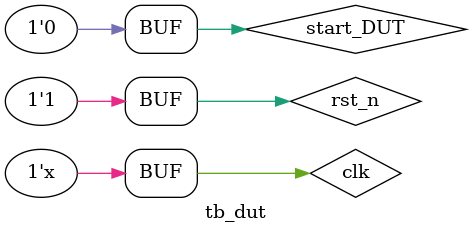
<source format=v>
`timescale 1ns / 1ps


module tb_dut(

    );
    reg               clk                 ;
    reg               rst_n               ;
    wire  [31:0]      bram_init_rd_data_i ;//bram init read data
    wire  [31:0]      bram_res_rd_data_i  ;//bram res  read data
    reg               start_DUT           ;    
    wire              bram_init_en_o      ;//bram init en
    wire  [31:0]      bram_init_addr_o    ;//bram init addr
    wire              bram_init_we_o      ;//bram init we
    wire  [31:0]      bram_init_wr_data_o ;//bram init write data, not used
    wire              bram_init_rst_0     ;//bram init reset, high valid  
    wire              bram_res_en_o       ;//bram res  en
    wire  [31:0]      bram_res_addr_o     ;//bram res  addr
    wire              bram_res_we_o       ;//bram res  we
    wire  [31:0]      bram_res_wr_data_o  ;//bram res  write data, not used
    wire              bram_res_rst_0      ;//bram res  reset, high valid  
    wire              DUT_finish          ; 

initial begin
    clk = 0;
    rst_n <= 1;
    start_DUT <= 0;
    #10
    rst_n <= 0;
    #10
    rst_n <= 1;
    #15
    start_DUT <= 1;
    #10
    start_DUT <= 0;
end

always #5 clk = ~clk;




BRAM_INIT u_bram_init(
  .clka     (clk),
  .ena      (bram_init_en_o),
  .wea      (bram_init_we_o),
  .addra    (bram_init_addr_o),
  .dina     (bram_init_wr_data_o),
  .douta    (bram_init_rd_data_i)
);
















    
    
    dut u_dut(
        .clk                 (clk                 ),
        .rst_n               (rst_n               ),
        .bram_init_rd_data_i (bram_init_rd_data_i ),
        .bram_res_rd_data_i  (bram_res_rd_data_i  ),
        .start_DUT           (start_DUT           ),                     
        .bram_init_en_o      (bram_init_en_o      ),
        .bram_init_addr_o    (bram_init_addr_o    ),
        .bram_init_we_o      (bram_init_we_o      ),
        .bram_init_wr_data_o (bram_init_wr_data_o ),
        .bram_init_rst_0     (bram_init_rst_0     ),                     
        .bram_res_en_o       (bram_res_en_o       ),
        .bram_res_addr_o     (bram_res_addr_o     ),
        .bram_res_we_o       (bram_res_we_o       ),
        .bram_res_wr_data_o  (bram_res_wr_data_o  ),
        .bram_res_rst_0      (bram_res_rst_0      ),                     
        .DUT_finish          (DUT_finish          ) 
    
    );
endmodule

</source>
